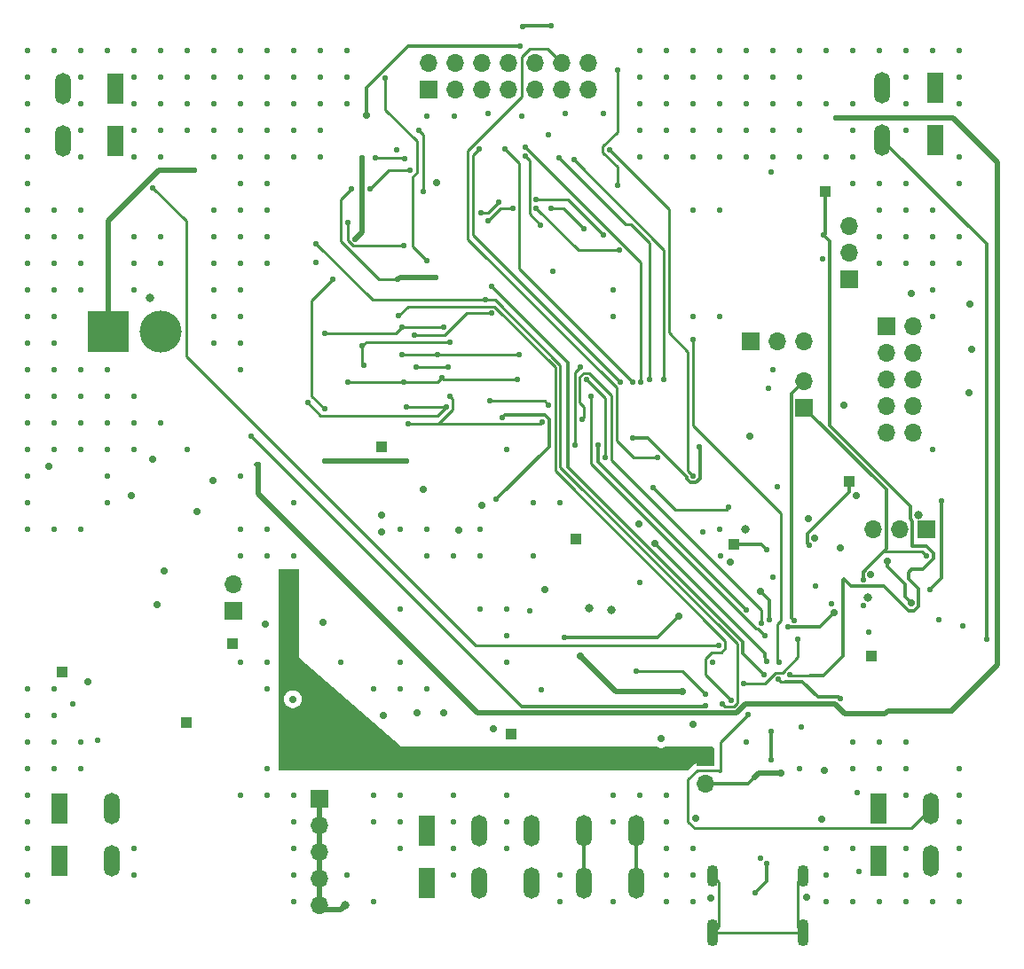
<source format=gbr>
%TF.GenerationSoftware,KiCad,Pcbnew,7.0.8*%
%TF.CreationDate,2024-04-05T12:05:25+02:00*%
%TF.ProjectId,menelaos-rev-4,6d656e65-6c61-46f7-932d-7265762d342e,rev?*%
%TF.SameCoordinates,Original*%
%TF.FileFunction,Copper,L4,Bot*%
%TF.FilePolarity,Positive*%
%FSLAX46Y46*%
G04 Gerber Fmt 4.6, Leading zero omitted, Abs format (unit mm)*
G04 Created by KiCad (PCBNEW 7.0.8) date 2024-04-05 12:05:25*
%MOMM*%
%LPD*%
G01*
G04 APERTURE LIST*
%TA.AperFunction,ComponentPad*%
%ADD10R,1.500000X3.000000*%
%TD*%
%TA.AperFunction,ComponentPad*%
%ADD11O,1.500000X3.000000*%
%TD*%
%TA.AperFunction,ComponentPad*%
%ADD12R,1.700000X1.700000*%
%TD*%
%TA.AperFunction,ComponentPad*%
%ADD13O,1.700000X1.700000*%
%TD*%
%TA.AperFunction,ComponentPad*%
%ADD14R,1.000000X1.000000*%
%TD*%
%TA.AperFunction,ComponentPad*%
%ADD15R,4.000000X4.000000*%
%TD*%
%TA.AperFunction,ComponentPad*%
%ADD16C,4.000000*%
%TD*%
%TA.AperFunction,ComponentPad*%
%ADD17O,1.100000X2.100000*%
%TD*%
%TA.AperFunction,ComponentPad*%
%ADD18O,1.100000X2.600000*%
%TD*%
%TA.AperFunction,ViaPad*%
%ADD19C,0.550000*%
%TD*%
%TA.AperFunction,ViaPad*%
%ADD20C,0.700000*%
%TD*%
%TA.AperFunction,ViaPad*%
%ADD21C,0.800000*%
%TD*%
%TA.AperFunction,Conductor*%
%ADD22C,0.300000*%
%TD*%
%TA.AperFunction,Conductor*%
%ADD23C,0.500000*%
%TD*%
%TA.AperFunction,Conductor*%
%ADD24C,0.293370*%
%TD*%
G04 APERTURE END LIST*
D10*
%TO.P,J501,1*%
%TO.N,red*%
X227200000Y-127250000D03*
X227200000Y-132250000D03*
D11*
%TO.P,J501,2*%
%TO.N,white*%
X232200000Y-127250000D03*
X232200000Y-132250000D03*
%TO.P,J501,3*%
%TO.N,blue*%
X237200000Y-127250000D03*
X237200000Y-132250000D03*
%TO.P,J501,4*%
%TO.N,yellow*%
X242200000Y-127250000D03*
X242200000Y-132250000D03*
%TO.P,J501,5*%
%TO.N,black*%
X247200000Y-127250000D03*
X247200000Y-132250000D03*
%TD*%
D10*
%TO.P,J201,1,Pin_1*%
%TO.N,/power/POL-FET-D*%
X192150000Y-125150000D03*
X192150000Y-130150000D03*
D11*
%TO.P,J201,2,Pin_2*%
%TO.N,/power/PowerIn-*%
X197150000Y-125150000D03*
X197150000Y-130150000D03*
%TD*%
D12*
%TO.P,J401,1,Pin_1*%
%TO.N,blue*%
X267500000Y-74600000D03*
D13*
%TO.P,J401,2,Pin_2*%
%TO.N,/seven-segment-display/4017_TC*%
X267500000Y-72060000D03*
%TO.P,J401,3,Pin_3*%
%TO.N,GND*%
X267500000Y-69520000D03*
%TD*%
D10*
%TO.P,J601,1,Pin_1*%
%TO.N,GND*%
X197500000Y-61400000D03*
X197500000Y-56400000D03*
D11*
%TO.P,J601,2,Pin_2*%
%TO.N,_zero*%
X192500000Y-61400000D03*
X192500000Y-56400000D03*
%TD*%
D12*
%TO.P,J402,1,Pin_1*%
%TO.N,a*%
X227375000Y-56525000D03*
D13*
%TO.P,J402,2,Pin_2*%
%TO.N,b*%
X229915000Y-56525000D03*
%TO.P,J402,3,Pin_3*%
%TO.N,c*%
X232455000Y-56525000D03*
%TO.P,J402,4,Pin_4*%
%TO.N,d*%
X234995000Y-56525000D03*
%TO.P,J402,5,Pin_5*%
%TO.N,e*%
X237535000Y-56525000D03*
%TO.P,J402,6,Pin_6*%
%TO.N,f*%
X240075000Y-56525000D03*
%TO.P,J402,7,Pin_7*%
%TO.N,unconnected-(J402-Pin_7-Pad7)*%
X242615000Y-56525000D03*
%TO.P,J402,8,Pin_8*%
%TO.N,unconnected-(J402-Pin_8-Pad8)*%
X242615000Y-53985000D03*
%TO.P,J402,9,Pin_9*%
%TO.N,g*%
X240075000Y-53985000D03*
%TO.P,J402,10,Pin_10*%
%TO.N,dp*%
X237535000Y-53985000D03*
%TO.P,J402,11,Pin_11*%
%TO.N,ones*%
X234995000Y-53985000D03*
%TO.P,J402,12,Pin_12*%
%TO.N,tens*%
X232455000Y-53985000D03*
%TO.P,J402,13,Pin_13*%
%TO.N,hundreds*%
X229915000Y-53985000D03*
%TO.P,J402,14,Pin_14*%
%TO.N,thousands*%
X227375000Y-53985000D03*
%TD*%
D14*
%TO.P,TP303,1,1*%
%TO.N,/mcu/BOOT0*%
X269600000Y-110600000D03*
%TD*%
%TO.P,TP401,1,1*%
%TO.N,_clk*%
X265200000Y-66200000D03*
%TD*%
D12*
%TO.P,J301,1,Pin_1*%
%TO.N,+3.3V*%
X271050000Y-79120000D03*
D13*
%TO.P,J301,2,Pin_2*%
%TO.N,GND*%
X273590000Y-79120000D03*
%TO.P,J301,3,Pin_3*%
X271050000Y-81660000D03*
%TO.P,J301,4,Pin_4*%
%TO.N,unconnected-(J301-Pin_4-Pad4)*%
X273590000Y-81660000D03*
%TO.P,J301,5,Pin_5*%
%TO.N,GND*%
X271050000Y-84200000D03*
%TO.P,J301,6,Pin_6*%
%TO.N,/mcu/CONN_NRST*%
X273590000Y-84200000D03*
%TO.P,J301,7,Pin_7*%
%TO.N,unconnected-(J301-Pin_7-Pad7)*%
X271050000Y-86740000D03*
%TO.P,J301,8,Pin_8*%
%TO.N,/mcu/CONN_SWO*%
X273590000Y-86740000D03*
%TO.P,J301,9,Pin_9*%
%TO.N,/mcu/CONN_SWCLK*%
X271050000Y-89280000D03*
%TO.P,J301,10,Pin_10*%
%TO.N,/mcu/CONN_SWDIO*%
X273590000Y-89280000D03*
%TD*%
D14*
%TO.P,TP206,1,1*%
%TO.N,+3.3V*%
X222900000Y-90600000D03*
%TD*%
%TO.P,TP203,1,1*%
%TO.N,/power/5V-Jumper*%
X208600000Y-109400000D03*
%TD*%
D12*
%TO.P,J303,1,Pin_1*%
%TO.N,GND*%
X216900000Y-124200000D03*
D13*
%TO.P,J303,2,Pin_2*%
X216900000Y-126740000D03*
%TO.P,J303,3,Pin_3*%
X216900000Y-129280000D03*
%TO.P,J303,4,Pin_4*%
X216900000Y-131820000D03*
%TO.P,J303,5,Pin_5*%
X216900000Y-134360000D03*
%TD*%
D12*
%TO.P,JP201,1,A*%
%TO.N,/power/5V-Jumper*%
X208700000Y-106275000D03*
D13*
%TO.P,JP201,2,B*%
%TO.N,Unfiltered_5V*%
X208700000Y-103735000D03*
%TD*%
D12*
%TO.P,JP304,1,A*%
%TO.N,+3.3V*%
X258120000Y-80510000D03*
D13*
%TO.P,JP304,2,C*%
%TO.N,/mcu/MCU_NRST*%
X260660000Y-80510000D03*
%TO.P,JP304,3,B*%
%TO.N,GND*%
X263200000Y-80510000D03*
%TD*%
D12*
%TO.P,JP303,1,A*%
%TO.N,/mcu/JUMPER_NRST*%
X263180000Y-86840000D03*
D13*
%TO.P,JP303,2,B*%
%TO.N,/mcu/MCU_NRST*%
X263180000Y-84300000D03*
%TD*%
D14*
%TO.P,TP301,1,1*%
%TO.N,/mcu/HSE_IN*%
X267500000Y-93900000D03*
%TD*%
%TO.P,TP202,1,1*%
%TO.N,+12V*%
X192400000Y-112100000D03*
%TD*%
%TO.P,TP205,1,1*%
%TO.N,_save*%
X241400000Y-99400000D03*
%TD*%
%TO.P,TP302,1,1*%
%TO.N,/mcu/HSE_OUT*%
X256500000Y-99900000D03*
%TD*%
D10*
%TO.P,J602,1,Pin_1*%
%TO.N,GND*%
X270250000Y-125150000D03*
X270250000Y-130150000D03*
D11*
%TO.P,J602,2,Pin_2*%
%TO.N,_mode*%
X275250000Y-125150000D03*
X275250000Y-130150000D03*
%TD*%
D14*
%TO.P,TP204,1,1*%
%TO.N,blue*%
X235200000Y-118000000D03*
%TD*%
D10*
%TO.P,J603,1,Pin_1*%
%TO.N,GND*%
X275650000Y-61300000D03*
X275650000Y-56300000D03*
D11*
%TO.P,J603,2,Pin_2*%
%TO.N,_config*%
X270650000Y-61300000D03*
X270650000Y-56300000D03*
%TD*%
D12*
%TO.P,JP301,1,A*%
%TO.N,GND*%
X274840000Y-98500000D03*
D13*
%TO.P,JP301,2,C*%
%TO.N,/mcu/BOOT_JUMPER*%
X272300000Y-98500000D03*
%TO.P,JP301,3,B*%
%TO.N,+3.3V*%
X269760000Y-98500000D03*
%TD*%
D15*
%TO.P,C211,1*%
%TO.N,+3.3V*%
X196772169Y-79570000D03*
D16*
%TO.P,C211,2*%
%TO.N,GND*%
X201772169Y-79570000D03*
%TD*%
D12*
%TO.P,JP302,1,A*%
%TO.N,Unfiltered_5V*%
X253750000Y-120250000D03*
D13*
%TO.P,JP302,2,B*%
%TO.N,VBUS*%
X253750000Y-122790000D03*
%TD*%
D17*
%TO.P,J302,S1,SHIELD*%
%TO.N,unconnected-(J302-SHIELD-PadS1)*%
X254430000Y-131610000D03*
D18*
X254430000Y-136970000D03*
D17*
X263070000Y-131610000D03*
D18*
X263070000Y-136970000D03*
%TD*%
D14*
%TO.P,TP201,1,1*%
%TO.N,/power/12V-Unfiltered*%
X204200000Y-116900000D03*
%TD*%
D19*
%TO.N,/mcu/MCU_LED2*%
X259890000Y-107120000D03*
D20*
X251220000Y-106800000D03*
X259029295Y-104394959D03*
D19*
%TO.N,GND*%
X189055000Y-98475000D03*
X252555000Y-60375000D03*
X191595000Y-85775000D03*
X194135000Y-55295000D03*
X253500000Y-98700000D03*
D20*
X265100000Y-121500000D03*
D19*
X252555000Y-134035000D03*
X275415000Y-78155000D03*
X227155000Y-98475000D03*
X209375000Y-67995000D03*
X209375000Y-78155000D03*
X191595000Y-118795000D03*
X232235000Y-106095000D03*
X199215000Y-62915000D03*
X211915000Y-52755000D03*
X267795000Y-134035000D03*
X268400000Y-131200000D03*
X191595000Y-67995000D03*
X201755000Y-70535000D03*
X260175000Y-60375000D03*
X238100000Y-113800000D03*
X262715000Y-55295000D03*
X211915000Y-123875000D03*
X277955000Y-134035000D03*
X194135000Y-88315000D03*
X255095000Y-60375000D03*
D20*
X252800000Y-126100000D03*
D19*
X199215000Y-128955000D03*
X199215000Y-131495000D03*
X233800000Y-95600000D03*
X255095000Y-57835000D03*
X219000000Y-111200000D03*
X189055000Y-116255000D03*
X211915000Y-70535000D03*
X189055000Y-65455000D03*
X199215000Y-70535000D03*
X222075000Y-123875000D03*
D20*
X254300000Y-133700000D03*
X228750000Y-116000000D03*
D19*
X201755000Y-55295000D03*
X191595000Y-75615000D03*
X250015000Y-52755000D03*
X216995000Y-62915000D03*
X194135000Y-75615000D03*
X201755000Y-57835000D03*
X250015000Y-123875000D03*
X194135000Y-98475000D03*
D20*
X258000000Y-89600000D03*
X205250000Y-96750000D03*
D19*
X194135000Y-70535000D03*
X214455000Y-128955000D03*
X189055000Y-55295000D03*
X194135000Y-60375000D03*
X189055000Y-85775000D03*
X211915000Y-98475000D03*
X275415000Y-52755000D03*
X209375000Y-70535000D03*
X218200000Y-74600000D03*
X277955000Y-131495000D03*
X216995000Y-57835000D03*
X196675000Y-88315000D03*
X191595000Y-52755000D03*
X270335000Y-67995000D03*
X272875000Y-57835000D03*
X191595000Y-80695000D03*
X234775000Y-108635000D03*
X244935000Y-134035000D03*
X219535000Y-57835000D03*
X204295000Y-55295000D03*
X250015000Y-128955000D03*
X211915000Y-60375000D03*
X257635000Y-57835000D03*
D20*
X230200000Y-98600000D03*
D19*
X265255000Y-52755000D03*
D20*
X226850000Y-94650000D03*
D19*
X255095000Y-98475000D03*
X214455000Y-123875000D03*
X189055000Y-75615000D03*
X252555000Y-78155000D03*
D21*
X244800000Y-106200000D03*
D19*
X201755000Y-60375000D03*
X204295000Y-52755000D03*
X196675000Y-83235000D03*
X260175000Y-62915000D03*
X260600000Y-94400000D03*
X206835000Y-67995000D03*
X224615000Y-113715000D03*
X255095000Y-67995000D03*
X189055000Y-90855000D03*
X224615000Y-123875000D03*
X270335000Y-73075000D03*
X250015000Y-62915000D03*
X189055000Y-70535000D03*
X222075000Y-126415000D03*
X209375000Y-101015000D03*
X272875000Y-134035000D03*
X229800000Y-59000000D03*
X275415000Y-75615000D03*
X260171646Y-103028354D03*
X206835000Y-75615000D03*
X237000000Y-106300000D03*
X234775000Y-90855000D03*
X267795000Y-128955000D03*
X209375000Y-75615000D03*
D20*
X191100000Y-92500000D03*
D19*
X277955000Y-128955000D03*
D20*
X279000000Y-77000000D03*
D19*
X267795000Y-62915000D03*
X194135000Y-73075000D03*
X277955000Y-73075000D03*
D20*
X222900000Y-98700000D03*
D19*
X209375000Y-98475000D03*
X275415000Y-134035000D03*
X214455000Y-131495000D03*
X189055000Y-88315000D03*
X277955000Y-52755000D03*
X236050000Y-52300000D03*
X277955000Y-70535000D03*
X196675000Y-95935000D03*
X265255000Y-131495000D03*
X194135000Y-62915000D03*
X262715000Y-52755000D03*
X255095000Y-52755000D03*
X199215000Y-73075000D03*
X229695000Y-101015000D03*
D20*
X202100000Y-102500000D03*
D19*
X229695000Y-123875000D03*
X270335000Y-118795000D03*
X194135000Y-85775000D03*
X214455000Y-62915000D03*
X275415000Y-90855000D03*
D21*
X274115124Y-97160856D03*
D19*
X260175000Y-83235000D03*
X238800000Y-60800000D03*
X247475000Y-55295000D03*
X272875000Y-70535000D03*
X189055000Y-62915000D03*
X209375000Y-57835000D03*
X259800000Y-85000000D03*
X216995000Y-60375000D03*
X277955000Y-121335000D03*
X267795000Y-52755000D03*
X244935000Y-123875000D03*
X229695000Y-131495000D03*
X275415000Y-70535000D03*
X234400000Y-87778815D03*
X257635000Y-55295000D03*
X189055000Y-73075000D03*
X193400000Y-115200000D03*
X272875000Y-128955000D03*
X189055000Y-57835000D03*
X191595000Y-121335000D03*
D20*
X211750000Y-107500000D03*
D19*
X189055000Y-80695000D03*
X214455000Y-57835000D03*
X214455000Y-126415000D03*
D20*
X264180000Y-99320500D03*
D19*
X250015000Y-126415000D03*
X277955000Y-57835000D03*
D20*
X222900000Y-97162500D03*
D19*
X257635000Y-52755000D03*
D20*
X199000000Y-95250000D03*
D19*
X221000000Y-63000000D03*
X211915000Y-121335000D03*
X234775000Y-106095000D03*
X189055000Y-83235000D03*
X201755000Y-62915000D03*
X211915000Y-101015000D03*
X270335000Y-134035000D03*
X265255000Y-62915000D03*
X206835000Y-52755000D03*
X277955000Y-62915000D03*
X232235000Y-101015000D03*
X267795000Y-121335000D03*
D20*
X214400000Y-114700000D03*
D19*
X211915000Y-57835000D03*
X222075000Y-113715000D03*
X267795000Y-60375000D03*
X206835000Y-60375000D03*
X247475000Y-123875000D03*
X265255000Y-57835000D03*
X229695000Y-128955000D03*
X239855000Y-134035000D03*
X209375000Y-62915000D03*
X277955000Y-126415000D03*
X272875000Y-123875000D03*
D20*
X267000000Y-86600000D03*
D19*
X206835000Y-80695000D03*
D20*
X226250000Y-116000000D03*
D19*
X194135000Y-67995000D03*
X214455000Y-52755000D03*
X209375000Y-123875000D03*
X209375000Y-73075000D03*
X211915000Y-111175000D03*
X250015000Y-131495000D03*
X196675000Y-90855000D03*
X209375000Y-52755000D03*
X232235000Y-98475000D03*
X199215000Y-75615000D03*
D20*
X206800000Y-93800000D03*
D19*
X191595000Y-90855000D03*
X196675000Y-52755000D03*
D20*
X278950000Y-85450000D03*
D19*
X252555000Y-62915000D03*
X260175000Y-52755000D03*
X214455000Y-55295000D03*
X224615000Y-128955000D03*
X199215000Y-90855000D03*
D20*
X223000000Y-116250000D03*
D19*
X211915000Y-65455000D03*
X199215000Y-85775000D03*
X275415000Y-67995000D03*
X260000000Y-64400000D03*
X191595000Y-83235000D03*
X191595000Y-73075000D03*
X206835000Y-78155000D03*
D20*
X263400000Y-133650000D03*
D19*
X211915000Y-113715000D03*
D20*
X249500000Y-118500000D03*
D19*
X191595000Y-78155000D03*
X227155000Y-101015000D03*
X219535000Y-131495000D03*
X209375000Y-65455000D03*
X189055000Y-60375000D03*
X189055000Y-126415000D03*
X254400000Y-111200000D03*
X209375000Y-55295000D03*
D21*
X269233875Y-105040719D03*
D19*
X199215000Y-52755000D03*
X244935000Y-126415000D03*
X211915000Y-55295000D03*
X267795000Y-118795000D03*
X255200000Y-101000000D03*
X277955000Y-65455000D03*
X277955000Y-55295000D03*
X204295000Y-57835000D03*
X191595000Y-70535000D03*
X252555000Y-57835000D03*
X255095000Y-62915000D03*
X206835000Y-62915000D03*
X252555000Y-131495000D03*
X239200000Y-73800000D03*
X206835000Y-57835000D03*
X199215000Y-55295000D03*
X209375000Y-83235000D03*
X272875000Y-131495000D03*
X252555000Y-55295000D03*
X270335000Y-65455000D03*
X250015000Y-134035000D03*
D20*
X264862500Y-126150000D03*
D19*
X237315000Y-95935000D03*
X234775000Y-126415000D03*
X196675000Y-85775000D03*
D20*
X201000000Y-91750000D03*
X221400000Y-58900000D03*
X217300000Y-107400000D03*
D19*
X262715000Y-57835000D03*
X189055000Y-134035000D03*
D20*
X233500000Y-117500000D03*
D19*
X272875000Y-55295000D03*
X206835000Y-70535000D03*
X272875000Y-60375000D03*
X234775000Y-111175000D03*
X211915000Y-73075000D03*
D20*
X263610000Y-97470000D03*
D19*
X257635000Y-118795000D03*
X237315000Y-101015000D03*
X247475000Y-62915000D03*
X209375000Y-80695000D03*
X199215000Y-60375000D03*
X189055000Y-131495000D03*
X260175000Y-57835000D03*
D20*
X228100000Y-65400000D03*
D19*
X189055000Y-93395000D03*
X224615000Y-98475000D03*
D21*
X200800000Y-76400000D03*
D19*
X267795000Y-57835000D03*
X250015000Y-55295000D03*
X209375000Y-93395000D03*
D20*
X268140000Y-95280000D03*
D19*
X270335000Y-70535000D03*
X224615000Y-126415000D03*
X214455000Y-134035000D03*
X211915000Y-67995000D03*
X272875000Y-65455000D03*
X206835000Y-73075000D03*
X264950000Y-72650000D03*
X219535000Y-52755000D03*
X227200000Y-59000000D03*
X262715000Y-121335000D03*
X272875000Y-52755000D03*
X214455000Y-60375000D03*
D20*
X279166972Y-81316972D03*
D19*
X201755000Y-88315000D03*
X265255000Y-128955000D03*
X267795000Y-65455000D03*
X194135000Y-121335000D03*
X255095000Y-78155000D03*
X260175000Y-55295000D03*
X255095000Y-55295000D03*
D21*
X242649500Y-106000000D03*
D19*
X277955000Y-123875000D03*
X222075000Y-134035000D03*
X224615000Y-106095000D03*
X262900000Y-117400000D03*
X252555000Y-67995000D03*
X270335000Y-52755000D03*
X194135000Y-83235000D03*
X275415000Y-73075000D03*
X257635000Y-62915000D03*
X206835000Y-55295000D03*
X250015000Y-57835000D03*
X189055000Y-123875000D03*
X191595000Y-113715000D03*
X247475000Y-57835000D03*
D20*
X201400000Y-105700000D03*
D19*
X211915000Y-62915000D03*
D21*
X219400000Y-134400000D03*
D19*
X272875000Y-73075000D03*
X209375000Y-111175000D03*
X195800000Y-118600000D03*
X239855000Y-131495000D03*
X257635000Y-60375000D03*
X268200000Y-123600000D03*
X189055000Y-113715000D03*
X272875000Y-121335000D03*
X201755000Y-52755000D03*
X216600000Y-73000000D03*
X204295000Y-60375000D03*
D20*
X273400000Y-76000000D03*
D19*
X244935000Y-75615000D03*
X194135000Y-90855000D03*
X250015000Y-60375000D03*
D20*
X256100000Y-101600000D03*
D19*
X199215000Y-57835000D03*
X244000000Y-58800000D03*
X239855000Y-95935000D03*
X189055000Y-78155000D03*
X191595000Y-88315000D03*
X247475000Y-60375000D03*
X269300000Y-108300000D03*
X199215000Y-88315000D03*
X236300000Y-50450000D03*
X259050000Y-129850000D03*
X201755000Y-73075000D03*
X189055000Y-52755000D03*
X189055000Y-121335000D03*
X239000000Y-50400000D03*
X234775000Y-128955000D03*
D20*
X194800000Y-113000000D03*
D19*
X217400000Y-87000000D03*
X278300000Y-107700000D03*
X247475000Y-52755000D03*
X270335000Y-121335000D03*
X227155000Y-113715000D03*
X265800000Y-105600000D03*
D20*
X269500000Y-102800000D03*
D19*
X244935000Y-78155000D03*
X224300000Y-62200000D03*
X189055000Y-118795000D03*
X196675000Y-93395000D03*
X214455000Y-95935000D03*
X189055000Y-67995000D03*
X194135000Y-57835000D03*
X189055000Y-95935000D03*
X191595000Y-98475000D03*
X204295000Y-90855000D03*
X219535000Y-55295000D03*
X247475000Y-103555000D03*
X216995000Y-55295000D03*
X262715000Y-60375000D03*
X262715000Y-62915000D03*
D20*
X252600000Y-117100000D03*
D19*
X216995000Y-52755000D03*
X272875000Y-67995000D03*
X240400000Y-58800000D03*
X236200000Y-59000000D03*
X220355000Y-70755000D03*
X265255000Y-134035000D03*
X189055000Y-128955000D03*
X224615000Y-111175000D03*
X194135000Y-118795000D03*
X209375000Y-60375000D03*
X214455000Y-101015000D03*
X234775000Y-123875000D03*
X252555000Y-52755000D03*
X252555000Y-128955000D03*
X272875000Y-118795000D03*
X229695000Y-126415000D03*
X194135000Y-52755000D03*
X191595000Y-116255000D03*
X233000000Y-58800000D03*
D20*
%TO.N,VBUS*%
X261000000Y-121750000D03*
D19*
X258400000Y-122200000D03*
%TO.N,blue*%
X220000000Y-66000000D03*
X228000000Y-74400000D03*
X224400000Y-74600000D03*
%TO.N,+3.3V*%
X217400000Y-92000000D03*
D20*
X266610000Y-100230000D03*
D19*
X266200000Y-59200000D03*
D21*
X257575000Y-98500000D03*
D19*
X264300000Y-103900000D03*
X211096192Y-92303808D03*
D20*
X247400000Y-98000000D03*
X232400000Y-96200000D03*
D19*
X267400000Y-116100000D03*
D20*
X266060000Y-106470000D03*
X238400000Y-104200000D03*
D19*
X268800000Y-105800000D03*
D20*
X241800000Y-110600000D03*
D19*
X205000000Y-64200000D03*
D20*
X251600000Y-114000000D03*
D19*
X276024500Y-107100000D03*
X225200000Y-92000000D03*
X277200000Y-115800000D03*
X261600000Y-107825000D03*
%TO.N,/mcu/HSE_IN*%
X263700000Y-100020000D03*
%TO.N,ones*%
X245400000Y-54600000D03*
X245400000Y-65600000D03*
%TO.N,tens*%
X227200000Y-72800000D03*
X223200000Y-55400000D03*
%TO.N,hundreds*%
X226800000Y-66200000D03*
X226400000Y-60400000D03*
%TO.N,thousands*%
X238000000Y-69400000D03*
X236534098Y-62812587D03*
%TO.N,_zero*%
X201000000Y-65850000D03*
X255000000Y-109600000D03*
%TO.N,_mode*%
X257800000Y-116200000D03*
%TO.N,_config*%
X280600000Y-109000000D03*
X260721138Y-112788000D03*
X266600000Y-114621185D03*
D20*
%TO.N,_save*%
X248921878Y-99830216D03*
D19*
X259598435Y-111118389D03*
%TO.N,/mcu/HSE_OUT*%
X259600000Y-100400000D03*
%TO.N,/mcu/MCU_SWO*%
X276300000Y-95800000D03*
X275201651Y-104222129D03*
%TO.N,_clk*%
X265050000Y-70400000D03*
X261786458Y-112375500D03*
%TO.N,/mcu/USB_D-*%
X260000000Y-117761918D03*
X260000000Y-120500000D03*
%TO.N,_a1*%
X233400000Y-77850000D03*
X226000000Y-79978815D03*
X260800000Y-111200000D03*
X252600000Y-80400000D03*
%TO.N,_a2*%
X257639245Y-106160755D03*
X229400000Y-80600000D03*
X241793255Y-83006745D03*
X221000000Y-80988815D03*
X221200000Y-82800000D03*
X241284945Y-90400000D03*
X243554315Y-90400000D03*
%TO.N,_a3*%
X226200000Y-83000000D03*
X229200000Y-83000000D03*
X259400000Y-108600000D03*
X242800000Y-85800000D03*
%TO.N,_a4*%
X229400000Y-85800000D03*
X238200000Y-88200000D03*
X225400000Y-88400000D03*
X242000000Y-88000000D03*
X259122394Y-107469026D03*
%TO.N,/mcu/USB_CONN_D-*%
X258500000Y-133200000D03*
X259600000Y-130400000D03*
%TO.N,_thousands*%
X253800000Y-115293870D03*
X210400000Y-89600000D03*
%TO.N,/seven-segment-display/BCD_out1*%
X224800000Y-79200000D03*
X228800000Y-79200000D03*
X217400000Y-79800000D03*
%TO.N,/seven-segment-display/BCD_out2*%
X256000000Y-96400000D03*
X236000000Y-81800000D03*
X248800000Y-94495500D03*
X224800000Y-81800000D03*
X228200000Y-81800000D03*
%TO.N,/seven-segment-display/BCD_out3*%
X242400000Y-84200000D03*
X219600000Y-84400000D03*
X228600000Y-84000000D03*
X244175500Y-91600000D03*
X225000000Y-84400000D03*
X235800000Y-84200000D03*
%TO.N,/seven-segment-display/BCD_out4*%
X225200000Y-86800000D03*
X238800000Y-86600000D03*
X253200000Y-90600000D03*
X229000000Y-86800000D03*
X215800000Y-86400000D03*
X246800000Y-89800000D03*
X233200000Y-86200000D03*
%TO.N,_ones*%
X256200000Y-114800000D03*
X224485201Y-78114799D03*
%TO.N,/seven-segment-display/COUNT_1*%
X237600000Y-67000000D03*
X244000000Y-70400000D03*
X221724500Y-66000000D03*
X225600000Y-64164500D03*
%TO.N,/seven-segment-display/COUNT_0*%
X225050000Y-63100000D03*
X222250000Y-63000000D03*
%TO.N,/seven-segment-display/COUNT_2*%
X233000000Y-69000000D03*
X245560755Y-71839245D03*
X237600000Y-67800000D03*
X219600000Y-69200000D03*
X225000000Y-71400000D03*
X235357130Y-67800000D03*
%TO.N,/seven-segment-display/COUNT_3*%
X232378255Y-68221745D03*
X239000000Y-67800000D03*
X234000000Y-67200000D03*
X242200000Y-69800000D03*
%TO.N,_tens*%
X216600000Y-71200000D03*
X255400000Y-115200000D03*
X232800000Y-76578815D03*
%TO.N,_hundreds*%
X233400000Y-75297157D03*
X259378307Y-112361259D03*
%TO.N,e*%
X249800000Y-84200000D03*
X241200000Y-63200000D03*
%TO.N,d*%
X239800000Y-63000000D03*
X248400000Y-84200000D03*
%TO.N,c*%
X236600000Y-62000000D03*
X247600000Y-84400000D03*
%TO.N,b*%
X246800000Y-84400000D03*
X234600000Y-62125500D03*
%TO.N,a*%
X232200000Y-62125500D03*
X245600000Y-84400000D03*
%TO.N,g*%
X249200000Y-91600000D03*
%TO.N,f*%
X244600000Y-62200000D03*
X252600000Y-93400000D03*
D20*
%TO.N,/mcu/BOOT_JUMPER*%
X273400000Y-105540000D03*
X271099500Y-101500000D03*
%TO.N,Unfiltered_5V*%
X214000000Y-106500000D03*
D19*
%TO.N,/mcu/MCU_LED1*%
X257442870Y-113212000D03*
X262600000Y-108966315D03*
X253800000Y-114200000D03*
X247200000Y-112000000D03*
%TO.N,/mcu/MCU_LED2*%
X240300000Y-108800000D03*
%TO.N,/mcu/JUMPER_NRST*%
X268819292Y-103265233D03*
X274874500Y-101012341D03*
%TO.N,/mcu/MCU_NRST*%
X262200000Y-107200000D03*
%TD*%
D22*
%TO.N,/mcu/MCU_LED2*%
X259890000Y-105255664D02*
X259890000Y-107120000D01*
X259029295Y-104394959D02*
X259890000Y-105255664D01*
X240300000Y-108800000D02*
X249220000Y-108800000D01*
X249220000Y-108800000D02*
X251220000Y-106800000D01*
X251210000Y-106810000D02*
X251220000Y-106800000D01*
%TO.N,GND*%
X225416116Y-52300000D02*
X221400000Y-56316116D01*
D23*
X221000000Y-70110000D02*
X220355000Y-70755000D01*
D22*
X238825000Y-87941116D02*
X238825000Y-90575000D01*
D24*
X217400000Y-87000000D02*
X216200000Y-85800000D01*
D23*
X221000000Y-63000000D02*
X221000000Y-70110000D01*
D22*
X234603815Y-87575000D02*
X238458884Y-87575000D01*
D23*
X216900000Y-124660000D02*
X216900000Y-134820000D01*
D22*
X239000000Y-50400000D02*
X236350000Y-50400000D01*
D23*
X216900000Y-134820000D02*
X218980000Y-134820000D01*
D24*
X216200000Y-85800000D02*
X216200000Y-76600000D01*
D23*
X218980000Y-134820000D02*
X219400000Y-134400000D01*
D22*
X238825000Y-90575000D02*
X233800000Y-95600000D01*
X236350000Y-50400000D02*
X236300000Y-50450000D01*
X234400000Y-87778815D02*
X234603815Y-87575000D01*
X221400000Y-56316116D02*
X221400000Y-58900000D01*
X238458884Y-87575000D02*
X238825000Y-87941116D01*
D24*
X216200000Y-76600000D02*
X218200000Y-74600000D01*
D22*
X236050000Y-52300000D02*
X225416116Y-52300000D01*
%TO.N,VBUS*%
X258400000Y-122200000D02*
X257810000Y-122790000D01*
D23*
X261000000Y-121750000D02*
X258850000Y-121750000D01*
X258850000Y-121750000D02*
X258400000Y-122200000D01*
D22*
X257810000Y-122790000D02*
X253750000Y-122790000D01*
D24*
%TO.N,blue*%
X218978315Y-70955241D02*
X222623074Y-74600000D01*
D23*
X224600000Y-74400000D02*
X224400000Y-74600000D01*
D24*
X222623074Y-74600000D02*
X224400000Y-74600000D01*
X218978315Y-67021685D02*
X218978315Y-70955241D01*
D23*
X228000000Y-74400000D02*
X224600000Y-74400000D01*
D24*
X220000000Y-66000000D02*
X218978315Y-67021685D01*
D23*
%TO.N,+3.3V*%
X211096192Y-92303808D02*
X210950000Y-92303808D01*
X257573036Y-115150000D02*
X256704666Y-116018370D01*
X232018370Y-116018370D02*
X211096192Y-95096192D01*
X271200000Y-115800000D02*
X270900000Y-116100000D01*
X196772169Y-79570000D02*
X196772169Y-69052526D01*
D22*
X264705000Y-107825000D02*
X266060000Y-106470000D01*
D23*
X277200000Y-115800000D02*
X281600000Y-111400000D01*
D22*
X261600000Y-107825000D02*
X264705000Y-107825000D01*
D23*
X281600000Y-63400000D02*
X277400000Y-59200000D01*
X201624695Y-64200000D02*
X205000000Y-64200000D01*
X277200000Y-115800000D02*
X271200000Y-115800000D01*
X266103510Y-115150000D02*
X257573036Y-115150000D01*
X225200000Y-92000000D02*
X217400000Y-92000000D01*
X256704666Y-116018370D02*
X232018370Y-116018370D01*
X281600000Y-111400000D02*
X281600000Y-63400000D01*
X267053510Y-116100000D02*
X266103510Y-115150000D01*
X270900000Y-116100000D02*
X267400000Y-116100000D01*
X241800000Y-110600000D02*
X245200000Y-114000000D01*
X245200000Y-114000000D02*
X251600000Y-114000000D01*
X267400000Y-116100000D02*
X267053510Y-116100000D01*
X196772169Y-69052526D02*
X201624695Y-64200000D01*
X277400000Y-59200000D02*
X266200000Y-59200000D01*
X211096192Y-95096192D02*
X211096192Y-92303808D01*
D22*
%TO.N,/mcu/HSE_IN*%
X267500000Y-93900000D02*
X267500000Y-94900000D01*
X263480000Y-99800000D02*
X263700000Y-100020000D01*
X267500000Y-94900000D02*
X263480000Y-98920000D01*
X263480000Y-98920000D02*
X263480000Y-99800000D01*
D24*
%TO.N,ones*%
X245400000Y-60520804D02*
X245400000Y-54600000D01*
X243978315Y-62457511D02*
X243978315Y-61942489D01*
X243978315Y-61942489D02*
X245400000Y-60520804D01*
X245400000Y-65600000D02*
X245400000Y-63879196D01*
X245400000Y-63879196D02*
X243978315Y-62457511D01*
%TO.N,tens*%
X227200000Y-72800000D02*
X225857511Y-71457511D01*
X223200000Y-58400000D02*
X223200000Y-55400000D01*
X225857511Y-71457511D02*
X225857511Y-64786185D01*
X225857511Y-64786185D02*
X226221685Y-64422011D01*
X226221685Y-64422011D02*
X226221685Y-61421685D01*
X226221685Y-61421685D02*
X223200000Y-58400000D01*
%TO.N,hundreds*%
X226800000Y-66200000D02*
X226800000Y-60800000D01*
X226800000Y-60800000D02*
X226400000Y-60400000D01*
%TO.N,thousands*%
X238000000Y-69400000D02*
X236978315Y-68378315D01*
X236978315Y-63256804D02*
X236534098Y-62812587D01*
X236978315Y-68378315D02*
X236978315Y-63256804D01*
D22*
%TO.N,yellow*%
X242200000Y-132250000D02*
X242200000Y-127250000D01*
%TO.N,black*%
X247200000Y-127250000D02*
X247200000Y-132250000D01*
D24*
%TO.N,_zero*%
X204196685Y-69046685D02*
X201000000Y-65850000D01*
X204196685Y-81996685D02*
X204196685Y-69046685D01*
X255000000Y-109600000D02*
X231800000Y-109600000D01*
X231800000Y-109600000D02*
X204196685Y-81996685D01*
%TO.N,_mode*%
X252103315Y-122396685D02*
X252103315Y-126388577D01*
X255000000Y-121500000D02*
X253000000Y-121500000D01*
X252711423Y-126996685D02*
X273403315Y-126996685D01*
X255200000Y-118800000D02*
X255200000Y-121603315D01*
X257800000Y-116200000D02*
X255200000Y-118800000D01*
X273403315Y-126996685D02*
X275250000Y-125150000D01*
X255200000Y-121603315D02*
X255103315Y-121603315D01*
X253000000Y-121500000D02*
X252103315Y-122396685D01*
X252103315Y-126388577D02*
X252711423Y-126996685D01*
X255103315Y-121603315D02*
X255000000Y-121500000D01*
%TO.N,_config*%
X260933138Y-113000000D02*
X261400000Y-113000000D01*
D22*
X263000000Y-113000000D02*
X264500000Y-114500000D01*
X266478815Y-114500000D02*
X266600000Y-114621185D01*
X261400000Y-113000000D02*
X263000000Y-113000000D01*
X280600000Y-71250000D02*
X280600000Y-109000000D01*
D24*
X260721138Y-112788000D02*
X260933138Y-113000000D01*
D22*
X264500000Y-114500000D02*
X266478815Y-114500000D01*
X270650000Y-61300000D02*
X280600000Y-71250000D01*
D24*
%TO.N,_save*%
X259400000Y-110719196D02*
X259400000Y-110919954D01*
D22*
X248921878Y-99830216D02*
X259420000Y-110328338D01*
D24*
X259400000Y-110919954D02*
X259598435Y-111118389D01*
X259420000Y-110699196D02*
X259400000Y-110719196D01*
D22*
X259420000Y-110328338D02*
X259420000Y-110699196D01*
%TO.N,/mcu/HSE_OUT*%
X256500000Y-99900000D02*
X259100000Y-99900000D01*
X259100000Y-99900000D02*
X259600000Y-100400000D01*
%TO.N,/mcu/MCU_SWO*%
X275200707Y-104221185D02*
X275201651Y-104222129D01*
X275200000Y-104221185D02*
X275200707Y-104221185D01*
X276300000Y-103121185D02*
X276300000Y-95800000D01*
X275200000Y-104221185D02*
X276300000Y-103121185D01*
%TO.N,_clk*%
X265050000Y-70400000D02*
X265200000Y-70250000D01*
X274470725Y-102300000D02*
X275499500Y-101271225D01*
X265625000Y-70975000D02*
X265050000Y-70400000D01*
D24*
X261853828Y-112442870D02*
X261786458Y-112375500D01*
D22*
X266900000Y-110600000D02*
X266900000Y-103300000D01*
X267690233Y-103890233D02*
X270760283Y-103890233D01*
X274839358Y-100093315D02*
X273500000Y-100093315D01*
X270760283Y-103890233D02*
X273110050Y-106240000D01*
X263742870Y-112442870D02*
X265057130Y-112442870D01*
X273300000Y-96252893D02*
X265625000Y-88577893D01*
X275499500Y-100753457D02*
X274839358Y-100093315D01*
X273300000Y-97500000D02*
X273300000Y-96252893D01*
X273689950Y-106240000D02*
X274100000Y-105829950D01*
X274100000Y-105829950D02*
X274100000Y-104179900D01*
X267000000Y-103200000D02*
X267690233Y-103890233D01*
X273500000Y-97700000D02*
X273300000Y-97500000D01*
D24*
X263742870Y-112442870D02*
X261853828Y-112442870D01*
D22*
X273110050Y-103189950D02*
X273110050Y-102589950D01*
X275499500Y-101271225D02*
X275499500Y-100753457D01*
X266900000Y-103300000D02*
X267000000Y-103200000D01*
X273110050Y-102589950D02*
X273400000Y-102300000D01*
X265200000Y-70250000D02*
X265200000Y-66200000D01*
X265057130Y-112442870D02*
X266900000Y-110600000D01*
X273110050Y-106240000D02*
X273689950Y-106240000D01*
X273400000Y-102300000D02*
X274470725Y-102300000D01*
X265625000Y-88577893D02*
X265625000Y-70975000D01*
X274100000Y-104179900D02*
X273110050Y-103189950D01*
X273500000Y-100093315D02*
X273500000Y-97700000D01*
%TO.N,/mcu/USB_D-*%
X260000000Y-117761918D02*
X260000000Y-120500000D01*
D24*
%TO.N,_a1*%
X260942489Y-96927751D02*
X252600000Y-88585262D01*
X252600000Y-88585262D02*
X252600000Y-80400000D01*
X228900381Y-79978815D02*
X231029196Y-77850000D01*
X260800000Y-111200000D02*
X260578315Y-110978315D01*
X260942489Y-107178315D02*
X260942489Y-96927751D01*
X260578315Y-107542489D02*
X260942489Y-107178315D01*
X226000000Y-79978815D02*
X228900381Y-79978815D01*
X231029196Y-77850000D02*
X233400000Y-77850000D01*
X260578315Y-110978315D02*
X260578315Y-107542489D01*
D22*
%TO.N,_a2*%
X243550500Y-92072010D02*
X243550500Y-90403815D01*
X257639245Y-106160755D02*
X252667509Y-101189019D01*
D24*
X221000000Y-80988815D02*
X221388815Y-80600000D01*
X221388815Y-80600000D02*
X229400000Y-80600000D01*
X221000000Y-80988815D02*
X221000000Y-82600000D01*
X241284945Y-90400000D02*
X241284945Y-83515055D01*
D22*
X243550500Y-90403815D02*
X243554315Y-90400000D01*
D24*
X241284945Y-83515055D02*
X241793255Y-83006745D01*
D22*
X252667509Y-101189019D02*
X243550500Y-92072010D01*
D24*
X221000000Y-82600000D02*
X221200000Y-82800000D01*
%TO.N,_a3*%
X258800000Y-108000000D02*
X258600000Y-108000000D01*
X259400000Y-108600000D02*
X258800000Y-108000000D01*
X226200000Y-83000000D02*
X229200000Y-83000000D01*
X258600000Y-108000000D02*
X242800000Y-92200000D01*
X242800000Y-92200000D02*
X242800000Y-85800000D01*
%TO.N,_a4*%
X242657511Y-83578315D02*
X242142489Y-83578315D01*
X241778315Y-86378315D02*
X242200000Y-86800000D01*
X242200000Y-86800000D02*
X242200000Y-87800000D01*
X259122394Y-107469026D02*
X259122394Y-106182720D01*
X229621685Y-87057511D02*
X229621685Y-86021685D01*
X225400000Y-88400000D02*
X228279196Y-88400000D01*
X242142489Y-83578315D02*
X241778315Y-83942489D01*
X238000000Y-88400000D02*
X238200000Y-88200000D01*
X242200000Y-87800000D02*
X242000000Y-88000000D01*
X241778315Y-83942489D02*
X241778315Y-86378315D01*
X228279196Y-88400000D02*
X238000000Y-88400000D01*
X228279196Y-88400000D02*
X229621685Y-87057511D01*
X259122394Y-106182720D02*
X244797185Y-91857511D01*
X244797185Y-85717989D02*
X242657511Y-83578315D01*
X244797185Y-91857511D02*
X244797185Y-85717989D01*
X229621685Y-86021685D02*
X229400000Y-85800000D01*
D22*
%TO.N,/mcu/USB_CONN_D-*%
X259600000Y-132100000D02*
X259600000Y-130400000D01*
X258500000Y-133200000D02*
X259600000Y-132100000D01*
%TO.N,_thousands*%
X253675500Y-115418370D02*
X236218370Y-115418370D01*
X236218370Y-115418370D02*
X210400000Y-89600000D01*
X253800000Y-115293870D02*
X253675500Y-115418370D01*
D24*
%TO.N,/seven-segment-display/BCD_out1*%
X224800000Y-79200000D02*
X228800000Y-79200000D01*
X224200000Y-79800000D02*
X224800000Y-79200000D01*
X217400000Y-79800000D02*
X224200000Y-79800000D01*
%TO.N,/seven-segment-display/BCD_out2*%
X248800000Y-94495500D02*
X250904500Y-96600000D01*
X255800000Y-96600000D02*
X256000000Y-96400000D01*
X251200000Y-96600000D02*
X255800000Y-96600000D01*
X250904500Y-96600000D02*
X251200000Y-96600000D01*
X228200000Y-81800000D02*
X224800000Y-81800000D01*
X228200000Y-81800000D02*
X236000000Y-81800000D01*
%TO.N,/seven-segment-display/BCD_out3*%
X244175500Y-91600000D02*
X244175500Y-85975500D01*
X219600000Y-84400000D02*
X225000000Y-84400000D01*
X228200000Y-84400000D02*
X228600000Y-84000000D01*
X228800000Y-84200000D02*
X228600000Y-84000000D01*
X235800000Y-84200000D02*
X228800000Y-84200000D01*
X244175500Y-85975500D02*
X242400000Y-84200000D01*
X225000000Y-84400000D02*
X228200000Y-84400000D01*
D22*
%TO.N,/seven-segment-display/BCD_out4*%
X253225000Y-90625000D02*
X253200000Y-90600000D01*
D24*
X228178315Y-87621685D02*
X229000000Y-86800000D01*
X215800000Y-86400000D02*
X217021685Y-87621685D01*
D22*
X252858884Y-94025000D02*
X253225000Y-93658884D01*
X252341116Y-94025000D02*
X252858884Y-94025000D01*
D24*
X217021685Y-87621685D02*
X228178315Y-87621685D01*
D22*
X251975000Y-93658884D02*
X252341116Y-94025000D01*
X248297581Y-89800000D02*
X251975000Y-93477419D01*
D24*
X238400000Y-86200000D02*
X238800000Y-86600000D01*
D22*
X251975000Y-93477419D02*
X251975000Y-93658884D01*
D24*
X233200000Y-86200000D02*
X238400000Y-86200000D01*
X229000000Y-86800000D02*
X225200000Y-86800000D01*
D22*
X246800000Y-89800000D02*
X248297581Y-89800000D01*
X253225000Y-93658884D02*
X253225000Y-90625000D01*
D24*
%TO.N,_ones*%
X239421685Y-92915055D02*
X239421685Y-82992489D01*
X255621685Y-109857511D02*
X255621685Y-109115055D01*
X225400000Y-77200000D02*
X224485201Y-78114799D01*
X255621685Y-109115055D02*
X239421685Y-92915055D01*
X233629196Y-77200000D02*
X225400000Y-77200000D01*
X254378315Y-110221685D02*
X255257511Y-110221685D01*
X255257511Y-110221685D02*
X255621685Y-109857511D01*
X253778315Y-112378315D02*
X253778315Y-110821685D01*
X256200000Y-114800000D02*
X253778315Y-112378315D01*
X239421685Y-82992489D02*
X233629196Y-77200000D01*
X253778315Y-110821685D02*
X254378315Y-110221685D01*
%TO.N,/seven-segment-display/COUNT_1*%
X223560000Y-64164500D02*
X221724500Y-66000000D01*
X237600000Y-67000000D02*
X240600000Y-67000000D01*
X240600000Y-67000000D02*
X244000000Y-70400000D01*
X225600000Y-64164500D02*
X223560000Y-64164500D01*
%TO.N,/seven-segment-display/COUNT_0*%
X224950000Y-63000000D02*
X225050000Y-63100000D01*
X222250000Y-63000000D02*
X224950000Y-63000000D01*
%TO.N,/seven-segment-display/COUNT_2*%
X241639245Y-71839245D02*
X245560755Y-71839245D01*
X225000000Y-71400000D02*
X220120804Y-71400000D01*
X234200000Y-67800000D02*
X233000000Y-69000000D01*
X219600000Y-70879196D02*
X219600000Y-69200000D01*
X220120804Y-71400000D02*
X219600000Y-70879196D01*
X237600000Y-67800000D02*
X241639245Y-71839245D01*
X235357130Y-67800000D02*
X234200000Y-67800000D01*
%TO.N,/seven-segment-display/COUNT_3*%
X240200000Y-67800000D02*
X239000000Y-67800000D01*
X232978255Y-68221745D02*
X234000000Y-67200000D01*
X232378255Y-68221745D02*
X232978255Y-68221745D01*
X242200000Y-69800000D02*
X240200000Y-67800000D01*
%TO.N,_tens*%
X232800000Y-76578815D02*
X221978815Y-76578815D01*
X255621685Y-115421685D02*
X256457511Y-115421685D01*
X255400000Y-115200000D02*
X255621685Y-115421685D01*
X239915055Y-92515055D02*
X239915055Y-82788129D01*
X256821685Y-115057511D02*
X256821685Y-109421685D01*
X256457511Y-115421685D02*
X256821685Y-115057511D01*
X221978815Y-76578815D02*
X216600000Y-71200000D01*
X239915055Y-82788129D02*
X233705741Y-76578815D01*
X256821685Y-109421685D02*
X239915055Y-92515055D01*
X233705741Y-76578815D02*
X232800000Y-76578815D01*
D22*
%TO.N,_hundreds*%
X240659945Y-82557102D02*
X233400000Y-75297157D01*
X240659945Y-92557527D02*
X240659945Y-82557102D01*
X257318370Y-109215952D02*
X240659945Y-92557527D01*
X259378307Y-112361259D02*
X257318370Y-110301322D01*
X257318370Y-110301322D02*
X257318370Y-109215952D01*
D24*
%TO.N,e*%
X249800000Y-84200000D02*
X249800000Y-71800000D01*
X249800000Y-71800000D02*
X241200000Y-63200000D01*
%TO.N,d*%
X248400000Y-84200000D02*
X248400000Y-71097730D01*
X246651135Y-69348865D02*
X246148865Y-69348865D01*
X248400000Y-71097730D02*
X246651135Y-69348865D01*
X246148865Y-69348865D02*
X239800000Y-63000000D01*
%TO.N,c*%
X247600000Y-73000000D02*
X247600000Y-84400000D01*
X236600000Y-62000000D02*
X247600000Y-73000000D01*
%TO.N,b*%
X235978315Y-63503815D02*
X234600000Y-62125500D01*
X246800000Y-84400000D02*
X235978315Y-73578315D01*
X235978315Y-73578315D02*
X235978315Y-63503815D01*
%TO.N,a*%
X231600000Y-70400000D02*
X245600000Y-84400000D01*
X231600000Y-62725500D02*
X231600000Y-70400000D01*
X232200000Y-62125500D02*
X231600000Y-62725500D01*
%TO.N,g*%
X236250000Y-57196304D02*
X236250000Y-53350000D01*
X231106630Y-70785826D02*
X231106630Y-62339674D01*
X238690000Y-52600000D02*
X240075000Y-53985000D01*
X231106630Y-62339674D02*
X236250000Y-57196304D01*
X246890555Y-91600000D02*
X245290555Y-90000000D01*
X245290555Y-84969751D02*
X231106630Y-70785826D01*
X249200000Y-91600000D02*
X246890555Y-91600000D01*
X236250000Y-53350000D02*
X237000000Y-52600000D01*
X237000000Y-52600000D02*
X238690000Y-52600000D01*
X245290555Y-90000000D02*
X245290555Y-84969751D01*
%TO.N,f*%
X252600000Y-93400000D02*
X252106630Y-92906630D01*
X252106630Y-81506630D02*
X250293370Y-79693370D01*
X250293370Y-67893370D02*
X244600000Y-62200000D01*
X250293370Y-79693370D02*
X250293370Y-67893370D01*
X252106630Y-92906630D02*
X252106630Y-81506630D01*
D22*
%TO.N,/mcu/BOOT_JUMPER*%
X272800000Y-104940000D02*
X273400000Y-105540000D01*
X271099500Y-101999500D02*
X272800000Y-103700000D01*
X271099500Y-101500000D02*
X271099500Y-101999500D01*
X272800000Y-103700000D02*
X272800000Y-104940000D01*
D24*
%TO.N,/mcu/MCU_LED1*%
X260452447Y-112166315D02*
X259418762Y-113200000D01*
X262600000Y-110682762D02*
X261116447Y-112166315D01*
X253800000Y-114200000D02*
X251600000Y-112000000D01*
X261116447Y-112166315D02*
X260452447Y-112166315D01*
X257430870Y-113200000D02*
X257442870Y-113212000D01*
X262600000Y-108966315D02*
X262600000Y-110682762D01*
X251600000Y-112000000D02*
X247200000Y-112000000D01*
X257400000Y-113200000D02*
X257430870Y-113200000D01*
X259418762Y-113200000D02*
X257400000Y-113200000D01*
%TO.N,unconnected-(J302-SHIELD-PadS1)*%
X254430000Y-131610000D02*
X254996685Y-132176685D01*
X254430000Y-136970000D02*
X263070000Y-136970000D01*
X254996685Y-136403315D02*
X254430000Y-136970000D01*
X262526042Y-136426042D02*
X263070000Y-136970000D01*
X254996685Y-132176685D02*
X254996685Y-136403315D01*
X263070000Y-131610000D02*
X262526042Y-132153958D01*
X262526042Y-132153958D02*
X262526042Y-136426042D01*
%TO.N,/mcu/JUMPER_NRST*%
X268803315Y-103249256D02*
X268819292Y-103265233D01*
D22*
X271000000Y-94660000D02*
X271000000Y-100310050D01*
D24*
X274874500Y-101012341D02*
X274452159Y-100590000D01*
D22*
X271000000Y-100310050D02*
X268800000Y-102510050D01*
X268800000Y-102510050D02*
X268800000Y-103245941D01*
D24*
X268803315Y-102511423D02*
X268803315Y-103249256D01*
X274452159Y-100590000D02*
X270724738Y-100590000D01*
D22*
X268800000Y-103245941D02*
X268819292Y-103265233D01*
X263180000Y-86840000D02*
X271000000Y-94660000D01*
D24*
X270724738Y-100590000D02*
X268803315Y-102511423D01*
D22*
%TO.N,/mcu/MCU_NRST*%
X263180000Y-84300000D02*
X261980000Y-85500000D01*
X261980000Y-106980000D02*
X262200000Y-107200000D01*
X261980000Y-85500000D02*
X261980000Y-106980000D01*
%TD*%
%TA.AperFunction,Conductor*%
%TO.N,Unfiltered_5V*%
G36*
X214943039Y-102269685D02*
G01*
X214988794Y-102322489D01*
X215000000Y-102374000D01*
X215000000Y-110750000D01*
X224750000Y-119250000D01*
X249067136Y-119250000D01*
X249117570Y-119260719D01*
X249235733Y-119313329D01*
X249410609Y-119350500D01*
X249410610Y-119350500D01*
X249589389Y-119350500D01*
X249589391Y-119350500D01*
X249764267Y-119313329D01*
X249882429Y-119260719D01*
X249932864Y-119250000D01*
X254428815Y-119250000D01*
X254495854Y-119269685D01*
X254541609Y-119322489D01*
X254552815Y-119374000D01*
X254552815Y-120728815D01*
X254533130Y-120795854D01*
X254480326Y-120841609D01*
X254428815Y-120852815D01*
X253085140Y-120852815D01*
X253069177Y-120851052D01*
X253069154Y-120851300D01*
X253061392Y-120850566D01*
X253061390Y-120850566D01*
X252989837Y-120852815D01*
X252959278Y-120852815D01*
X252952058Y-120853726D01*
X252946240Y-120854184D01*
X252897954Y-120855702D01*
X252897951Y-120855703D01*
X252877725Y-120861579D01*
X252858677Y-120865523D01*
X252856744Y-120865768D01*
X252837775Y-120868164D01*
X252837764Y-120868167D01*
X252792849Y-120885951D01*
X252787320Y-120887844D01*
X252740933Y-120901320D01*
X252740927Y-120901323D01*
X252722797Y-120912045D01*
X252705328Y-120920603D01*
X252685737Y-120928360D01*
X252646652Y-120956755D01*
X252641772Y-120959961D01*
X252600180Y-120984560D01*
X252585284Y-120999456D01*
X252570496Y-121012087D01*
X252553451Y-121024471D01*
X252553445Y-121024477D01*
X252522647Y-121061704D01*
X252518716Y-121066025D01*
X252121060Y-121463681D01*
X252059737Y-121497166D01*
X252033379Y-121500000D01*
X213124000Y-121500000D01*
X213056961Y-121480315D01*
X213011206Y-121427511D01*
X213000000Y-121376000D01*
X213000000Y-114700000D01*
X213544815Y-114700000D01*
X213563503Y-114877805D01*
X213563504Y-114877807D01*
X213618747Y-115047829D01*
X213618750Y-115047835D01*
X213708141Y-115202665D01*
X213749812Y-115248946D01*
X213827764Y-115335521D01*
X213827767Y-115335523D01*
X213827770Y-115335526D01*
X213972407Y-115440612D01*
X214135733Y-115513329D01*
X214310609Y-115550500D01*
X214310610Y-115550500D01*
X214489389Y-115550500D01*
X214489391Y-115550500D01*
X214664267Y-115513329D01*
X214827593Y-115440612D01*
X214972230Y-115335526D01*
X214996718Y-115308330D01*
X214998148Y-115306741D01*
X215091859Y-115202665D01*
X215181250Y-115047835D01*
X215236497Y-114877803D01*
X215255185Y-114700000D01*
X215236497Y-114522197D01*
X215200090Y-114410147D01*
X215181252Y-114352170D01*
X215181249Y-114352164D01*
X215143382Y-114286576D01*
X215091859Y-114197335D01*
X215038979Y-114138606D01*
X214972235Y-114064478D01*
X214972232Y-114064476D01*
X214972231Y-114064475D01*
X214972230Y-114064474D01*
X214827593Y-113959388D01*
X214664267Y-113886671D01*
X214664265Y-113886670D01*
X214536594Y-113859533D01*
X214489391Y-113849500D01*
X214310609Y-113849500D01*
X214279954Y-113856015D01*
X214135733Y-113886670D01*
X214135728Y-113886672D01*
X213972408Y-113959387D01*
X213827768Y-114064475D01*
X213708140Y-114197336D01*
X213618750Y-114352164D01*
X213618747Y-114352170D01*
X213563504Y-114522192D01*
X213563503Y-114522194D01*
X213544815Y-114700000D01*
X213000000Y-114700000D01*
X213000000Y-102374000D01*
X213019685Y-102306961D01*
X213072489Y-102261206D01*
X213124000Y-102250000D01*
X214876000Y-102250000D01*
X214943039Y-102269685D01*
G37*
%TD.AperFunction*%
%TD*%
M02*

</source>
